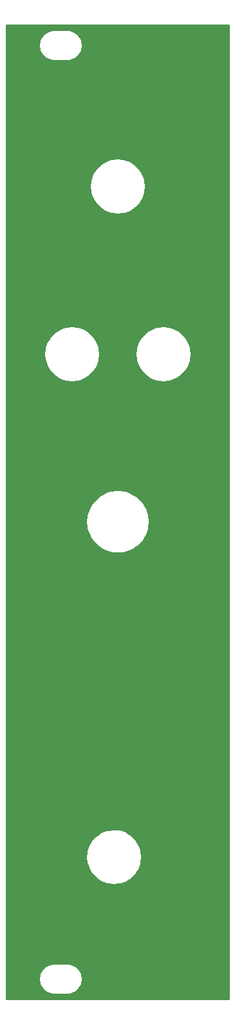
<source format=gbl>
G04 #@! TF.GenerationSoftware,KiCad,Pcbnew,(5.0.0-rc2)*
G04 #@! TF.CreationDate,2020-07-08T19:37:13+03:00*
G04 #@! TF.ProjectId,OUTPNL2,4F5554504E4C322E6B696361645F7063,rev?*
G04 #@! TF.SameCoordinates,PX2887fa0PY9d5b340*
G04 #@! TF.FileFunction,Copper,L2,Bot,Signal*
G04 #@! TF.FilePolarity,Positive*
%FSLAX46Y46*%
G04 Gerber Fmt 4.6, Leading zero omitted, Abs format (unit mm)*
G04 Created by KiCad (PCBNEW (5.0.0-rc2)) date Wed Jul  8 19:37:13 2020*
%MOMM*%
%LPD*%
G01*
G04 APERTURE LIST*
G04 #@! TA.AperFunction,NonConductor*
%ADD10C,0.254000*%
G04 #@! TD*
G04 APERTURE END LIST*
D10*
G36*
X29603000Y397000D02*
X397000Y397000D01*
X397000Y3063669D01*
X4598011Y3063669D01*
X4598011Y2936331D01*
X4676321Y2441905D01*
X4676321Y2441904D01*
X4715670Y2320799D01*
X4942933Y1874770D01*
X5017781Y1771752D01*
X5371752Y1417780D01*
X5474770Y1342933D01*
X5920799Y1115670D01*
X6041904Y1076321D01*
X6528449Y999259D01*
X6559917Y993000D01*
X8440083Y993000D01*
X8471551Y999259D01*
X8958096Y1076321D01*
X9079201Y1115670D01*
X9525230Y1342933D01*
X9628248Y1417781D01*
X9982220Y1771752D01*
X10057067Y1874770D01*
X10284330Y2320799D01*
X10323679Y2441904D01*
X10323679Y2441905D01*
X10401989Y2936331D01*
X10401989Y3063669D01*
X10323679Y3558096D01*
X10317272Y3577816D01*
X10284330Y3679201D01*
X10057067Y4125230D01*
X10004188Y4198011D01*
X9982220Y4228248D01*
X9628248Y4582219D01*
X9525230Y4657067D01*
X9079201Y4884330D01*
X8958096Y4923679D01*
X8471551Y5000741D01*
X8440083Y5007000D01*
X6559917Y5007000D01*
X6528449Y5000741D01*
X6041904Y4923679D01*
X5920799Y4884330D01*
X5474770Y4657067D01*
X5371752Y4582220D01*
X5017781Y4228248D01*
X4942933Y4125230D01*
X4715670Y3679201D01*
X4676321Y3558096D01*
X4598011Y3063669D01*
X397000Y3063669D01*
X397000Y18948661D01*
X10823358Y18948661D01*
X10903000Y18318229D01*
X10903000Y18284512D01*
X10909129Y18269716D01*
X10926099Y18135382D01*
X11206468Y17365076D01*
X11423044Y17029016D01*
X11450611Y16962463D01*
X11493709Y16919365D01*
X11650529Y16676028D01*
X12236213Y16102484D01*
X12429502Y15983572D01*
X12462463Y15950611D01*
X12525567Y15924472D01*
X12934410Y15672951D01*
X13710418Y15408776D01*
X14525670Y15323090D01*
X15195821Y15403000D01*
X15215488Y15403000D01*
X15223438Y15406293D01*
X15339646Y15420150D01*
X16111891Y15695134D01*
X16471085Y15923086D01*
X16537537Y15950611D01*
X16577622Y15990696D01*
X16804022Y16134374D01*
X17381641Y16716040D01*
X17512693Y16925767D01*
X17549389Y16962463D01*
X17576457Y17027811D01*
X17816038Y17411221D01*
X18085624Y18185366D01*
X18096650Y18283668D01*
X18097000Y18284512D01*
X18097000Y18286785D01*
X18177000Y19000000D01*
X18175566Y19102668D01*
X18097000Y19661695D01*
X18097000Y19715488D01*
X18085557Y19743113D01*
X18061480Y19914433D01*
X17770384Y20680749D01*
X17575969Y20973366D01*
X17549389Y21037537D01*
X17501551Y21085375D01*
X17316745Y21363530D01*
X16723111Y21928841D01*
X16562108Y22024818D01*
X16537537Y22049389D01*
X16482982Y22071986D01*
X16018985Y22348584D01*
X15239364Y22601898D01*
X14422995Y22676194D01*
X13829468Y22597000D01*
X13784512Y22597000D01*
X13763149Y22588151D01*
X13610453Y22567777D01*
X12842123Y22282038D01*
X12528224Y22076628D01*
X12462463Y22049389D01*
X12416766Y22003692D01*
X12156192Y21833177D01*
X11586751Y21243504D01*
X11479522Y21066448D01*
X11450611Y21037537D01*
X11425937Y20977968D01*
X11162102Y20542325D01*
X10903351Y19764491D01*
X10823358Y18948661D01*
X397000Y18948661D01*
X397000Y63000000D01*
X10823000Y63000000D01*
X10903000Y62238847D01*
X10903000Y62185056D01*
X10910576Y62166766D01*
X10914277Y62131553D01*
X11184121Y61301061D01*
X11485089Y60779769D01*
X11526731Y60679236D01*
X11565535Y60640432D01*
X11620736Y60544821D01*
X12205041Y59895884D01*
X12589166Y59616801D01*
X12679236Y59526731D01*
X12758097Y59494066D01*
X12911500Y59382612D01*
X13709236Y59027437D01*
X14069522Y58950856D01*
X14185056Y58903000D01*
X14294666Y58903000D01*
X14563385Y58845882D01*
X15436615Y58845882D01*
X15705334Y58903000D01*
X15814944Y58903000D01*
X15930478Y58950856D01*
X16290764Y59027437D01*
X17088500Y59382612D01*
X17241903Y59494066D01*
X17320764Y59526731D01*
X17410834Y59616801D01*
X17794959Y59895884D01*
X18379264Y60544821D01*
X18434465Y60640432D01*
X18473269Y60679236D01*
X18514911Y60779769D01*
X18815879Y61301061D01*
X19085723Y62131553D01*
X19089424Y62166766D01*
X19097000Y62185056D01*
X19097000Y62238847D01*
X19177000Y63000000D01*
X19097000Y63761153D01*
X19097000Y63814944D01*
X19089424Y63833234D01*
X19085723Y63868447D01*
X18815879Y64698939D01*
X18514911Y65220231D01*
X18473269Y65320764D01*
X18434465Y65359568D01*
X18379264Y65455179D01*
X17794959Y66104116D01*
X17410834Y66383199D01*
X17320764Y66473269D01*
X17241903Y66505934D01*
X17088500Y66617388D01*
X16290764Y66972563D01*
X15930478Y67049144D01*
X15814944Y67097000D01*
X15705334Y67097000D01*
X15436615Y67154118D01*
X14563385Y67154118D01*
X14294666Y67097000D01*
X14185056Y67097000D01*
X14069522Y67049144D01*
X13709236Y66972563D01*
X12911500Y66617388D01*
X12758097Y66505934D01*
X12679236Y66473269D01*
X12589166Y66383199D01*
X12205041Y66104116D01*
X11620736Y65455179D01*
X11565535Y65359568D01*
X11526731Y65320764D01*
X11485089Y65220231D01*
X11184121Y64698939D01*
X10914277Y63868447D01*
X10910576Y63833234D01*
X10903000Y63814944D01*
X10903000Y63761153D01*
X10823000Y63000000D01*
X397000Y63000000D01*
X397000Y84948661D01*
X5323358Y84948661D01*
X5403000Y84318229D01*
X5403000Y84284512D01*
X5409129Y84269716D01*
X5426099Y84135382D01*
X5706468Y83365076D01*
X5923044Y83029016D01*
X5950611Y82962463D01*
X5993709Y82919365D01*
X6150529Y82676028D01*
X6736213Y82102484D01*
X6929502Y81983572D01*
X6962463Y81950611D01*
X7025567Y81924472D01*
X7434410Y81672951D01*
X8210418Y81408776D01*
X9025670Y81323090D01*
X9695821Y81403000D01*
X9715488Y81403000D01*
X9723438Y81406293D01*
X9839646Y81420150D01*
X10611891Y81695134D01*
X10971085Y81923086D01*
X11037537Y81950611D01*
X11077622Y81990696D01*
X11304022Y82134374D01*
X11881641Y82716040D01*
X12012693Y82925767D01*
X12049389Y82962463D01*
X12076457Y83027811D01*
X12316038Y83411221D01*
X12585624Y84185366D01*
X12596650Y84283668D01*
X12597000Y84284512D01*
X12597000Y84286785D01*
X12671241Y84948661D01*
X17323358Y84948661D01*
X17403000Y84318229D01*
X17403000Y84284512D01*
X17409129Y84269716D01*
X17426099Y84135382D01*
X17706468Y83365076D01*
X17923044Y83029016D01*
X17950611Y82962463D01*
X17993709Y82919365D01*
X18150529Y82676028D01*
X18736213Y82102484D01*
X18929502Y81983572D01*
X18962463Y81950611D01*
X19025567Y81924472D01*
X19434410Y81672951D01*
X20210418Y81408776D01*
X21025670Y81323090D01*
X21695821Y81403000D01*
X21715488Y81403000D01*
X21723438Y81406293D01*
X21839646Y81420150D01*
X22611891Y81695134D01*
X22971085Y81923086D01*
X23037537Y81950611D01*
X23077622Y81990696D01*
X23304022Y82134374D01*
X23881641Y82716040D01*
X24012693Y82925767D01*
X24049389Y82962463D01*
X24076457Y83027811D01*
X24316038Y83411221D01*
X24585624Y84185366D01*
X24596650Y84283668D01*
X24597000Y84284512D01*
X24597000Y84286785D01*
X24677000Y85000000D01*
X24675566Y85102668D01*
X24597000Y85661695D01*
X24597000Y85715488D01*
X24585557Y85743113D01*
X24561480Y85914433D01*
X24270384Y86680749D01*
X24075969Y86973366D01*
X24049389Y87037537D01*
X24001551Y87085375D01*
X23816745Y87363530D01*
X23223111Y87928841D01*
X23062108Y88024818D01*
X23037537Y88049389D01*
X22982982Y88071986D01*
X22518985Y88348584D01*
X21739364Y88601898D01*
X20922995Y88676194D01*
X20329468Y88597000D01*
X20284512Y88597000D01*
X20263149Y88588151D01*
X20110453Y88567777D01*
X19342123Y88282038D01*
X19028224Y88076628D01*
X18962463Y88049389D01*
X18916766Y88003692D01*
X18656192Y87833177D01*
X18086751Y87243504D01*
X17979522Y87066448D01*
X17950611Y87037537D01*
X17925937Y86977968D01*
X17662102Y86542325D01*
X17403351Y85764491D01*
X17323358Y84948661D01*
X12671241Y84948661D01*
X12677000Y85000000D01*
X12675566Y85102668D01*
X12597000Y85661695D01*
X12597000Y85715488D01*
X12585557Y85743113D01*
X12561480Y85914433D01*
X12270384Y86680749D01*
X12075969Y86973366D01*
X12049389Y87037537D01*
X12001551Y87085375D01*
X11816745Y87363530D01*
X11223111Y87928841D01*
X11062108Y88024818D01*
X11037537Y88049389D01*
X10982982Y88071986D01*
X10518985Y88348584D01*
X9739364Y88601898D01*
X8922995Y88676194D01*
X8329468Y88597000D01*
X8284512Y88597000D01*
X8263149Y88588151D01*
X8110453Y88567777D01*
X7342123Y88282038D01*
X7028224Y88076628D01*
X6962463Y88049389D01*
X6916766Y88003692D01*
X6656192Y87833177D01*
X6086751Y87243504D01*
X5979522Y87066448D01*
X5950611Y87037537D01*
X5925937Y86977968D01*
X5662102Y86542325D01*
X5403351Y85764491D01*
X5323358Y84948661D01*
X397000Y84948661D01*
X397000Y106948661D01*
X11323358Y106948661D01*
X11403000Y106318229D01*
X11403000Y106284512D01*
X11409129Y106269716D01*
X11426099Y106135382D01*
X11706468Y105365076D01*
X11923044Y105029016D01*
X11950611Y104962463D01*
X11993709Y104919365D01*
X12150529Y104676028D01*
X12736213Y104102484D01*
X12929502Y103983572D01*
X12962463Y103950611D01*
X13025567Y103924472D01*
X13434410Y103672951D01*
X14210418Y103408776D01*
X15025670Y103323090D01*
X15695821Y103403000D01*
X15715488Y103403000D01*
X15723438Y103406293D01*
X15839646Y103420150D01*
X16611891Y103695134D01*
X16971085Y103923086D01*
X17037537Y103950611D01*
X17077622Y103990696D01*
X17304022Y104134374D01*
X17881641Y104716040D01*
X18012693Y104925767D01*
X18049389Y104962463D01*
X18076457Y105027811D01*
X18316038Y105411221D01*
X18585624Y106185366D01*
X18596650Y106283668D01*
X18597000Y106284512D01*
X18597000Y106286785D01*
X18677000Y107000000D01*
X18675566Y107102668D01*
X18597000Y107661695D01*
X18597000Y107715488D01*
X18585557Y107743113D01*
X18561480Y107914433D01*
X18270384Y108680749D01*
X18075969Y108973366D01*
X18049389Y109037537D01*
X18001551Y109085375D01*
X17816745Y109363530D01*
X17223111Y109928841D01*
X17062108Y110024818D01*
X17037537Y110049389D01*
X16982982Y110071986D01*
X16518985Y110348584D01*
X15739364Y110601898D01*
X14922995Y110676194D01*
X14329468Y110597000D01*
X14284512Y110597000D01*
X14263149Y110588151D01*
X14110453Y110567777D01*
X13342123Y110282038D01*
X13028224Y110076628D01*
X12962463Y110049389D01*
X12916766Y110003692D01*
X12656192Y109833177D01*
X12086751Y109243504D01*
X11979522Y109066448D01*
X11950611Y109037537D01*
X11925937Y108977968D01*
X11662102Y108542325D01*
X11403351Y107764491D01*
X11323358Y106948661D01*
X397000Y106948661D01*
X397000Y125563669D01*
X4598011Y125563669D01*
X4598011Y125436331D01*
X4676321Y124941905D01*
X4676321Y124941904D01*
X4715670Y124820799D01*
X4942933Y124374770D01*
X5017781Y124271752D01*
X5371752Y123917780D01*
X5474770Y123842933D01*
X5920799Y123615670D01*
X6041904Y123576321D01*
X6528449Y123499259D01*
X6559917Y123493000D01*
X8440083Y123493000D01*
X8471551Y123499259D01*
X8958096Y123576321D01*
X9079201Y123615670D01*
X9525230Y123842933D01*
X9628248Y123917781D01*
X9982220Y124271752D01*
X10057067Y124374770D01*
X10284330Y124820799D01*
X10323679Y124941904D01*
X10323679Y124941905D01*
X10401989Y125436331D01*
X10401989Y125563669D01*
X10323679Y126058096D01*
X10317272Y126077816D01*
X10284330Y126179201D01*
X10057067Y126625230D01*
X10004188Y126698011D01*
X9982220Y126728248D01*
X9628248Y127082219D01*
X9525230Y127157067D01*
X9079201Y127384330D01*
X8958096Y127423679D01*
X8471551Y127500741D01*
X8440083Y127507000D01*
X6559917Y127507000D01*
X6528449Y127500741D01*
X6041904Y127423679D01*
X5920799Y127384330D01*
X5474770Y127157067D01*
X5371752Y127082220D01*
X5017781Y126728248D01*
X4942933Y126625230D01*
X4715670Y126179201D01*
X4676321Y126058096D01*
X4598011Y125563669D01*
X397000Y125563669D01*
X396999Y128103000D01*
X29603001Y128103000D01*
X29603000Y397000D01*
X29603000Y397000D01*
G37*
X29603000Y397000D02*
X397000Y397000D01*
X397000Y3063669D01*
X4598011Y3063669D01*
X4598011Y2936331D01*
X4676321Y2441905D01*
X4676321Y2441904D01*
X4715670Y2320799D01*
X4942933Y1874770D01*
X5017781Y1771752D01*
X5371752Y1417780D01*
X5474770Y1342933D01*
X5920799Y1115670D01*
X6041904Y1076321D01*
X6528449Y999259D01*
X6559917Y993000D01*
X8440083Y993000D01*
X8471551Y999259D01*
X8958096Y1076321D01*
X9079201Y1115670D01*
X9525230Y1342933D01*
X9628248Y1417781D01*
X9982220Y1771752D01*
X10057067Y1874770D01*
X10284330Y2320799D01*
X10323679Y2441904D01*
X10323679Y2441905D01*
X10401989Y2936331D01*
X10401989Y3063669D01*
X10323679Y3558096D01*
X10317272Y3577816D01*
X10284330Y3679201D01*
X10057067Y4125230D01*
X10004188Y4198011D01*
X9982220Y4228248D01*
X9628248Y4582219D01*
X9525230Y4657067D01*
X9079201Y4884330D01*
X8958096Y4923679D01*
X8471551Y5000741D01*
X8440083Y5007000D01*
X6559917Y5007000D01*
X6528449Y5000741D01*
X6041904Y4923679D01*
X5920799Y4884330D01*
X5474770Y4657067D01*
X5371752Y4582220D01*
X5017781Y4228248D01*
X4942933Y4125230D01*
X4715670Y3679201D01*
X4676321Y3558096D01*
X4598011Y3063669D01*
X397000Y3063669D01*
X397000Y18948661D01*
X10823358Y18948661D01*
X10903000Y18318229D01*
X10903000Y18284512D01*
X10909129Y18269716D01*
X10926099Y18135382D01*
X11206468Y17365076D01*
X11423044Y17029016D01*
X11450611Y16962463D01*
X11493709Y16919365D01*
X11650529Y16676028D01*
X12236213Y16102484D01*
X12429502Y15983572D01*
X12462463Y15950611D01*
X12525567Y15924472D01*
X12934410Y15672951D01*
X13710418Y15408776D01*
X14525670Y15323090D01*
X15195821Y15403000D01*
X15215488Y15403000D01*
X15223438Y15406293D01*
X15339646Y15420150D01*
X16111891Y15695134D01*
X16471085Y15923086D01*
X16537537Y15950611D01*
X16577622Y15990696D01*
X16804022Y16134374D01*
X17381641Y16716040D01*
X17512693Y16925767D01*
X17549389Y16962463D01*
X17576457Y17027811D01*
X17816038Y17411221D01*
X18085624Y18185366D01*
X18096650Y18283668D01*
X18097000Y18284512D01*
X18097000Y18286785D01*
X18177000Y19000000D01*
X18175566Y19102668D01*
X18097000Y19661695D01*
X18097000Y19715488D01*
X18085557Y19743113D01*
X18061480Y19914433D01*
X17770384Y20680749D01*
X17575969Y20973366D01*
X17549389Y21037537D01*
X17501551Y21085375D01*
X17316745Y21363530D01*
X16723111Y21928841D01*
X16562108Y22024818D01*
X16537537Y22049389D01*
X16482982Y22071986D01*
X16018985Y22348584D01*
X15239364Y22601898D01*
X14422995Y22676194D01*
X13829468Y22597000D01*
X13784512Y22597000D01*
X13763149Y22588151D01*
X13610453Y22567777D01*
X12842123Y22282038D01*
X12528224Y22076628D01*
X12462463Y22049389D01*
X12416766Y22003692D01*
X12156192Y21833177D01*
X11586751Y21243504D01*
X11479522Y21066448D01*
X11450611Y21037537D01*
X11425937Y20977968D01*
X11162102Y20542325D01*
X10903351Y19764491D01*
X10823358Y18948661D01*
X397000Y18948661D01*
X397000Y63000000D01*
X10823000Y63000000D01*
X10903000Y62238847D01*
X10903000Y62185056D01*
X10910576Y62166766D01*
X10914277Y62131553D01*
X11184121Y61301061D01*
X11485089Y60779769D01*
X11526731Y60679236D01*
X11565535Y60640432D01*
X11620736Y60544821D01*
X12205041Y59895884D01*
X12589166Y59616801D01*
X12679236Y59526731D01*
X12758097Y59494066D01*
X12911500Y59382612D01*
X13709236Y59027437D01*
X14069522Y58950856D01*
X14185056Y58903000D01*
X14294666Y58903000D01*
X14563385Y58845882D01*
X15436615Y58845882D01*
X15705334Y58903000D01*
X15814944Y58903000D01*
X15930478Y58950856D01*
X16290764Y59027437D01*
X17088500Y59382612D01*
X17241903Y59494066D01*
X17320764Y59526731D01*
X17410834Y59616801D01*
X17794959Y59895884D01*
X18379264Y60544821D01*
X18434465Y60640432D01*
X18473269Y60679236D01*
X18514911Y60779769D01*
X18815879Y61301061D01*
X19085723Y62131553D01*
X19089424Y62166766D01*
X19097000Y62185056D01*
X19097000Y62238847D01*
X19177000Y63000000D01*
X19097000Y63761153D01*
X19097000Y63814944D01*
X19089424Y63833234D01*
X19085723Y63868447D01*
X18815879Y64698939D01*
X18514911Y65220231D01*
X18473269Y65320764D01*
X18434465Y65359568D01*
X18379264Y65455179D01*
X17794959Y66104116D01*
X17410834Y66383199D01*
X17320764Y66473269D01*
X17241903Y66505934D01*
X17088500Y66617388D01*
X16290764Y66972563D01*
X15930478Y67049144D01*
X15814944Y67097000D01*
X15705334Y67097000D01*
X15436615Y67154118D01*
X14563385Y67154118D01*
X14294666Y67097000D01*
X14185056Y67097000D01*
X14069522Y67049144D01*
X13709236Y66972563D01*
X12911500Y66617388D01*
X12758097Y66505934D01*
X12679236Y66473269D01*
X12589166Y66383199D01*
X12205041Y66104116D01*
X11620736Y65455179D01*
X11565535Y65359568D01*
X11526731Y65320764D01*
X11485089Y65220231D01*
X11184121Y64698939D01*
X10914277Y63868447D01*
X10910576Y63833234D01*
X10903000Y63814944D01*
X10903000Y63761153D01*
X10823000Y63000000D01*
X397000Y63000000D01*
X397000Y84948661D01*
X5323358Y84948661D01*
X5403000Y84318229D01*
X5403000Y84284512D01*
X5409129Y84269716D01*
X5426099Y84135382D01*
X5706468Y83365076D01*
X5923044Y83029016D01*
X5950611Y82962463D01*
X5993709Y82919365D01*
X6150529Y82676028D01*
X6736213Y82102484D01*
X6929502Y81983572D01*
X6962463Y81950611D01*
X7025567Y81924472D01*
X7434410Y81672951D01*
X8210418Y81408776D01*
X9025670Y81323090D01*
X9695821Y81403000D01*
X9715488Y81403000D01*
X9723438Y81406293D01*
X9839646Y81420150D01*
X10611891Y81695134D01*
X10971085Y81923086D01*
X11037537Y81950611D01*
X11077622Y81990696D01*
X11304022Y82134374D01*
X11881641Y82716040D01*
X12012693Y82925767D01*
X12049389Y82962463D01*
X12076457Y83027811D01*
X12316038Y83411221D01*
X12585624Y84185366D01*
X12596650Y84283668D01*
X12597000Y84284512D01*
X12597000Y84286785D01*
X12671241Y84948661D01*
X17323358Y84948661D01*
X17403000Y84318229D01*
X17403000Y84284512D01*
X17409129Y84269716D01*
X17426099Y84135382D01*
X17706468Y83365076D01*
X17923044Y83029016D01*
X17950611Y82962463D01*
X17993709Y82919365D01*
X18150529Y82676028D01*
X18736213Y82102484D01*
X18929502Y81983572D01*
X18962463Y81950611D01*
X19025567Y81924472D01*
X19434410Y81672951D01*
X20210418Y81408776D01*
X21025670Y81323090D01*
X21695821Y81403000D01*
X21715488Y81403000D01*
X21723438Y81406293D01*
X21839646Y81420150D01*
X22611891Y81695134D01*
X22971085Y81923086D01*
X23037537Y81950611D01*
X23077622Y81990696D01*
X23304022Y82134374D01*
X23881641Y82716040D01*
X24012693Y82925767D01*
X24049389Y82962463D01*
X24076457Y83027811D01*
X24316038Y83411221D01*
X24585624Y84185366D01*
X24596650Y84283668D01*
X24597000Y84284512D01*
X24597000Y84286785D01*
X24677000Y85000000D01*
X24675566Y85102668D01*
X24597000Y85661695D01*
X24597000Y85715488D01*
X24585557Y85743113D01*
X24561480Y85914433D01*
X24270384Y86680749D01*
X24075969Y86973366D01*
X24049389Y87037537D01*
X24001551Y87085375D01*
X23816745Y87363530D01*
X23223111Y87928841D01*
X23062108Y88024818D01*
X23037537Y88049389D01*
X22982982Y88071986D01*
X22518985Y88348584D01*
X21739364Y88601898D01*
X20922995Y88676194D01*
X20329468Y88597000D01*
X20284512Y88597000D01*
X20263149Y88588151D01*
X20110453Y88567777D01*
X19342123Y88282038D01*
X19028224Y88076628D01*
X18962463Y88049389D01*
X18916766Y88003692D01*
X18656192Y87833177D01*
X18086751Y87243504D01*
X17979522Y87066448D01*
X17950611Y87037537D01*
X17925937Y86977968D01*
X17662102Y86542325D01*
X17403351Y85764491D01*
X17323358Y84948661D01*
X12671241Y84948661D01*
X12677000Y85000000D01*
X12675566Y85102668D01*
X12597000Y85661695D01*
X12597000Y85715488D01*
X12585557Y85743113D01*
X12561480Y85914433D01*
X12270384Y86680749D01*
X12075969Y86973366D01*
X12049389Y87037537D01*
X12001551Y87085375D01*
X11816745Y87363530D01*
X11223111Y87928841D01*
X11062108Y88024818D01*
X11037537Y88049389D01*
X10982982Y88071986D01*
X10518985Y88348584D01*
X9739364Y88601898D01*
X8922995Y88676194D01*
X8329468Y88597000D01*
X8284512Y88597000D01*
X8263149Y88588151D01*
X8110453Y88567777D01*
X7342123Y88282038D01*
X7028224Y88076628D01*
X6962463Y88049389D01*
X6916766Y88003692D01*
X6656192Y87833177D01*
X6086751Y87243504D01*
X5979522Y87066448D01*
X5950611Y87037537D01*
X5925937Y86977968D01*
X5662102Y86542325D01*
X5403351Y85764491D01*
X5323358Y84948661D01*
X397000Y84948661D01*
X397000Y106948661D01*
X11323358Y106948661D01*
X11403000Y106318229D01*
X11403000Y106284512D01*
X11409129Y106269716D01*
X11426099Y106135382D01*
X11706468Y105365076D01*
X11923044Y105029016D01*
X11950611Y104962463D01*
X11993709Y104919365D01*
X12150529Y104676028D01*
X12736213Y104102484D01*
X12929502Y103983572D01*
X12962463Y103950611D01*
X13025567Y103924472D01*
X13434410Y103672951D01*
X14210418Y103408776D01*
X15025670Y103323090D01*
X15695821Y103403000D01*
X15715488Y103403000D01*
X15723438Y103406293D01*
X15839646Y103420150D01*
X16611891Y103695134D01*
X16971085Y103923086D01*
X17037537Y103950611D01*
X17077622Y103990696D01*
X17304022Y104134374D01*
X17881641Y104716040D01*
X18012693Y104925767D01*
X18049389Y104962463D01*
X18076457Y105027811D01*
X18316038Y105411221D01*
X18585624Y106185366D01*
X18596650Y106283668D01*
X18597000Y106284512D01*
X18597000Y106286785D01*
X18677000Y107000000D01*
X18675566Y107102668D01*
X18597000Y107661695D01*
X18597000Y107715488D01*
X18585557Y107743113D01*
X18561480Y107914433D01*
X18270384Y108680749D01*
X18075969Y108973366D01*
X18049389Y109037537D01*
X18001551Y109085375D01*
X17816745Y109363530D01*
X17223111Y109928841D01*
X17062108Y110024818D01*
X17037537Y110049389D01*
X16982982Y110071986D01*
X16518985Y110348584D01*
X15739364Y110601898D01*
X14922995Y110676194D01*
X14329468Y110597000D01*
X14284512Y110597000D01*
X14263149Y110588151D01*
X14110453Y110567777D01*
X13342123Y110282038D01*
X13028224Y110076628D01*
X12962463Y110049389D01*
X12916766Y110003692D01*
X12656192Y109833177D01*
X12086751Y109243504D01*
X11979522Y109066448D01*
X11950611Y109037537D01*
X11925937Y108977968D01*
X11662102Y108542325D01*
X11403351Y107764491D01*
X11323358Y106948661D01*
X397000Y106948661D01*
X397000Y125563669D01*
X4598011Y125563669D01*
X4598011Y125436331D01*
X4676321Y124941905D01*
X4676321Y124941904D01*
X4715670Y124820799D01*
X4942933Y124374770D01*
X5017781Y124271752D01*
X5371752Y123917780D01*
X5474770Y123842933D01*
X5920799Y123615670D01*
X6041904Y123576321D01*
X6528449Y123499259D01*
X6559917Y123493000D01*
X8440083Y123493000D01*
X8471551Y123499259D01*
X8958096Y123576321D01*
X9079201Y123615670D01*
X9525230Y123842933D01*
X9628248Y123917781D01*
X9982220Y124271752D01*
X10057067Y124374770D01*
X10284330Y124820799D01*
X10323679Y124941904D01*
X10323679Y124941905D01*
X10401989Y125436331D01*
X10401989Y125563669D01*
X10323679Y126058096D01*
X10317272Y126077816D01*
X10284330Y126179201D01*
X10057067Y126625230D01*
X10004188Y126698011D01*
X9982220Y126728248D01*
X9628248Y127082219D01*
X9525230Y127157067D01*
X9079201Y127384330D01*
X8958096Y127423679D01*
X8471551Y127500741D01*
X8440083Y127507000D01*
X6559917Y127507000D01*
X6528449Y127500741D01*
X6041904Y127423679D01*
X5920799Y127384330D01*
X5474770Y127157067D01*
X5371752Y127082220D01*
X5017781Y126728248D01*
X4942933Y126625230D01*
X4715670Y126179201D01*
X4676321Y126058096D01*
X4598011Y125563669D01*
X397000Y125563669D01*
X396999Y128103000D01*
X29603001Y128103000D01*
X29603000Y397000D01*
M02*

</source>
